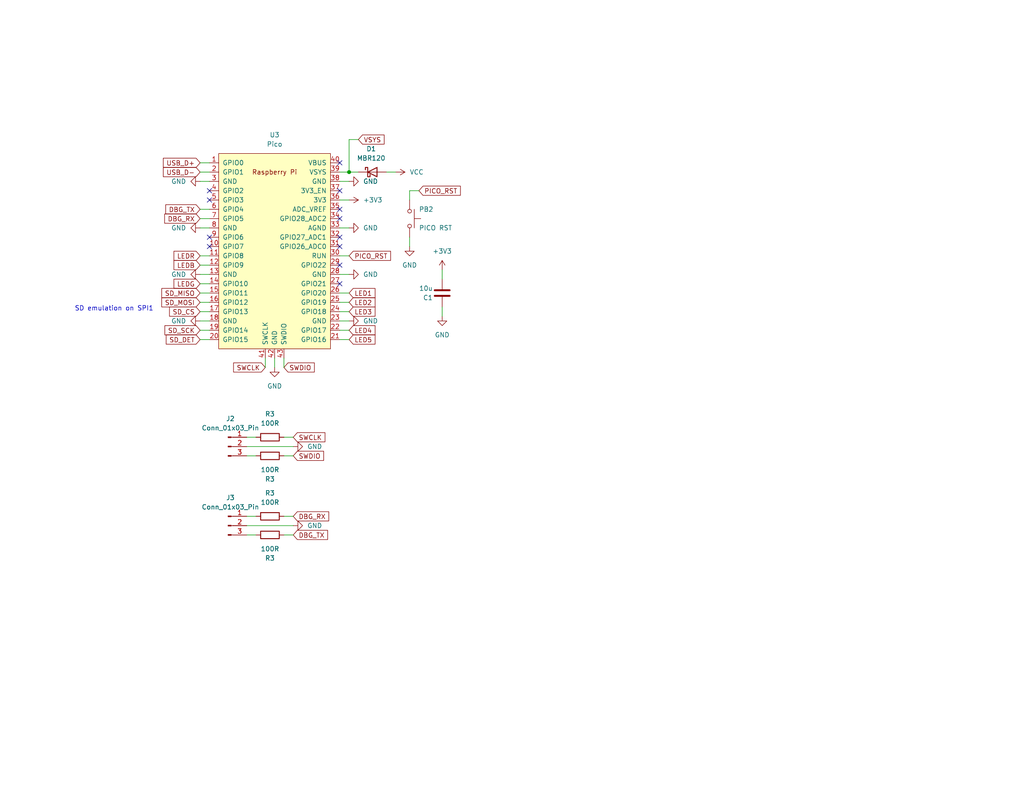
<source format=kicad_sch>
(kicad_sch (version 20230121) (generator eeschema)

  (uuid 97ba14c9-d1ac-42af-8b2b-a1b98876af9e)

  (paper "A")

  (title_block
    (title "RepRapDiscount.com Smart Controller")
    (date "${DATE}")
    (rev "${TAG} (${HASH})")
  )

  (lib_symbols
    (symbol "Connector:Conn_01x03_Pin" (pin_names (offset 1.016) hide) (in_bom yes) (on_board yes)
      (property "Reference" "J" (at 0 5.08 0)
        (effects (font (size 1.27 1.27)))
      )
      (property "Value" "Conn_01x03_Pin" (at 0 -5.08 0)
        (effects (font (size 1.27 1.27)))
      )
      (property "Footprint" "" (at 0 0 0)
        (effects (font (size 1.27 1.27)) hide)
      )
      (property "Datasheet" "~" (at 0 0 0)
        (effects (font (size 1.27 1.27)) hide)
      )
      (property "ki_locked" "" (at 0 0 0)
        (effects (font (size 1.27 1.27)))
      )
      (property "ki_keywords" "connector" (at 0 0 0)
        (effects (font (size 1.27 1.27)) hide)
      )
      (property "ki_description" "Generic connector, single row, 01x03, script generated" (at 0 0 0)
        (effects (font (size 1.27 1.27)) hide)
      )
      (property "ki_fp_filters" "Connector*:*_1x??_*" (at 0 0 0)
        (effects (font (size 1.27 1.27)) hide)
      )
      (symbol "Conn_01x03_Pin_1_1"
        (polyline
          (pts
            (xy 1.27 -2.54)
            (xy 0.8636 -2.54)
          )
          (stroke (width 0.1524) (type default))
          (fill (type none))
        )
        (polyline
          (pts
            (xy 1.27 0)
            (xy 0.8636 0)
          )
          (stroke (width 0.1524) (type default))
          (fill (type none))
        )
        (polyline
          (pts
            (xy 1.27 2.54)
            (xy 0.8636 2.54)
          )
          (stroke (width 0.1524) (type default))
          (fill (type none))
        )
        (rectangle (start 0.8636 -2.413) (end 0 -2.667)
          (stroke (width 0.1524) (type default))
          (fill (type outline))
        )
        (rectangle (start 0.8636 0.127) (end 0 -0.127)
          (stroke (width 0.1524) (type default))
          (fill (type outline))
        )
        (rectangle (start 0.8636 2.667) (end 0 2.413)
          (stroke (width 0.1524) (type default))
          (fill (type outline))
        )
        (pin passive line (at 5.08 2.54 180) (length 3.81)
          (name "Pin_1" (effects (font (size 1.27 1.27))))
          (number "1" (effects (font (size 1.27 1.27))))
        )
        (pin passive line (at 5.08 0 180) (length 3.81)
          (name "Pin_2" (effects (font (size 1.27 1.27))))
          (number "2" (effects (font (size 1.27 1.27))))
        )
        (pin passive line (at 5.08 -2.54 180) (length 3.81)
          (name "Pin_3" (effects (font (size 1.27 1.27))))
          (number "3" (effects (font (size 1.27 1.27))))
        )
      )
    )
    (symbol "Device:C" (pin_numbers hide) (pin_names (offset 0.254)) (in_bom yes) (on_board yes)
      (property "Reference" "C" (at 0.635 2.54 0)
        (effects (font (size 1.27 1.27)) (justify left))
      )
      (property "Value" "C" (at 0.635 -2.54 0)
        (effects (font (size 1.27 1.27)) (justify left))
      )
      (property "Footprint" "" (at 0.9652 -3.81 0)
        (effects (font (size 1.27 1.27)) hide)
      )
      (property "Datasheet" "~" (at 0 0 0)
        (effects (font (size 1.27 1.27)) hide)
      )
      (property "ki_keywords" "cap capacitor" (at 0 0 0)
        (effects (font (size 1.27 1.27)) hide)
      )
      (property "ki_description" "Unpolarized capacitor" (at 0 0 0)
        (effects (font (size 1.27 1.27)) hide)
      )
      (property "ki_fp_filters" "C_*" (at 0 0 0)
        (effects (font (size 1.27 1.27)) hide)
      )
      (symbol "C_0_1"
        (polyline
          (pts
            (xy -2.032 -0.762)
            (xy 2.032 -0.762)
          )
          (stroke (width 0.508) (type default))
          (fill (type none))
        )
        (polyline
          (pts
            (xy -2.032 0.762)
            (xy 2.032 0.762)
          )
          (stroke (width 0.508) (type default))
          (fill (type none))
        )
      )
      (symbol "C_1_1"
        (pin passive line (at 0 3.81 270) (length 2.794)
          (name "~" (effects (font (size 1.27 1.27))))
          (number "1" (effects (font (size 1.27 1.27))))
        )
        (pin passive line (at 0 -3.81 90) (length 2.794)
          (name "~" (effects (font (size 1.27 1.27))))
          (number "2" (effects (font (size 1.27 1.27))))
        )
      )
    )
    (symbol "Device:D_Schottky" (pin_numbers hide) (pin_names (offset 1.016) hide) (in_bom yes) (on_board yes)
      (property "Reference" "D" (at 0 2.54 0)
        (effects (font (size 1.27 1.27)))
      )
      (property "Value" "D_Schottky" (at 0 -2.54 0)
        (effects (font (size 1.27 1.27)))
      )
      (property "Footprint" "" (at 0 0 0)
        (effects (font (size 1.27 1.27)) hide)
      )
      (property "Datasheet" "~" (at 0 0 0)
        (effects (font (size 1.27 1.27)) hide)
      )
      (property "ki_keywords" "diode Schottky" (at 0 0 0)
        (effects (font (size 1.27 1.27)) hide)
      )
      (property "ki_description" "Schottky diode" (at 0 0 0)
        (effects (font (size 1.27 1.27)) hide)
      )
      (property "ki_fp_filters" "TO-???* *_Diode_* *SingleDiode* D_*" (at 0 0 0)
        (effects (font (size 1.27 1.27)) hide)
      )
      (symbol "D_Schottky_0_1"
        (polyline
          (pts
            (xy 1.27 0)
            (xy -1.27 0)
          )
          (stroke (width 0) (type default))
          (fill (type none))
        )
        (polyline
          (pts
            (xy 1.27 1.27)
            (xy 1.27 -1.27)
            (xy -1.27 0)
            (xy 1.27 1.27)
          )
          (stroke (width 0.254) (type default))
          (fill (type none))
        )
        (polyline
          (pts
            (xy -1.905 0.635)
            (xy -1.905 1.27)
            (xy -1.27 1.27)
            (xy -1.27 -1.27)
            (xy -0.635 -1.27)
            (xy -0.635 -0.635)
          )
          (stroke (width 0.254) (type default))
          (fill (type none))
        )
      )
      (symbol "D_Schottky_1_1"
        (pin passive line (at -3.81 0 0) (length 2.54)
          (name "K" (effects (font (size 1.27 1.27))))
          (number "1" (effects (font (size 1.27 1.27))))
        )
        (pin passive line (at 3.81 0 180) (length 2.54)
          (name "A" (effects (font (size 1.27 1.27))))
          (number "2" (effects (font (size 1.27 1.27))))
        )
      )
    )
    (symbol "Device:R" (pin_numbers hide) (pin_names (offset 0)) (in_bom yes) (on_board yes)
      (property "Reference" "R" (at 2.032 0 90)
        (effects (font (size 1.27 1.27)))
      )
      (property "Value" "R" (at 0 0 90)
        (effects (font (size 1.27 1.27)))
      )
      (property "Footprint" "" (at -1.778 0 90)
        (effects (font (size 1.27 1.27)) hide)
      )
      (property "Datasheet" "~" (at 0 0 0)
        (effects (font (size 1.27 1.27)) hide)
      )
      (property "ki_keywords" "R res resistor" (at 0 0 0)
        (effects (font (size 1.27 1.27)) hide)
      )
      (property "ki_description" "Resistor" (at 0 0 0)
        (effects (font (size 1.27 1.27)) hide)
      )
      (property "ki_fp_filters" "R_*" (at 0 0 0)
        (effects (font (size 1.27 1.27)) hide)
      )
      (symbol "R_0_1"
        (rectangle (start -1.016 -2.54) (end 1.016 2.54)
          (stroke (width 0.254) (type default))
          (fill (type none))
        )
      )
      (symbol "R_1_1"
        (pin passive line (at 0 3.81 270) (length 1.27)
          (name "~" (effects (font (size 1.27 1.27))))
          (number "1" (effects (font (size 1.27 1.27))))
        )
        (pin passive line (at 0 -3.81 90) (length 1.27)
          (name "~" (effects (font (size 1.27 1.27))))
          (number "2" (effects (font (size 1.27 1.27))))
        )
      )
    )
    (symbol "Switch:SW_Push" (pin_numbers hide) (pin_names (offset 1.016) hide) (in_bom yes) (on_board yes)
      (property "Reference" "SW" (at 1.27 2.54 0)
        (effects (font (size 1.27 1.27)) (justify left))
      )
      (property "Value" "SW_Push" (at 0 -1.524 0)
        (effects (font (size 1.27 1.27)))
      )
      (property "Footprint" "" (at 0 5.08 0)
        (effects (font (size 1.27 1.27)) hide)
      )
      (property "Datasheet" "~" (at 0 5.08 0)
        (effects (font (size 1.27 1.27)) hide)
      )
      (property "ki_keywords" "switch normally-open pushbutton push-button" (at 0 0 0)
        (effects (font (size 1.27 1.27)) hide)
      )
      (property "ki_description" "Push button switch, generic, two pins" (at 0 0 0)
        (effects (font (size 1.27 1.27)) hide)
      )
      (symbol "SW_Push_0_1"
        (circle (center -2.032 0) (radius 0.508)
          (stroke (width 0) (type default))
          (fill (type none))
        )
        (polyline
          (pts
            (xy 0 1.27)
            (xy 0 3.048)
          )
          (stroke (width 0) (type default))
          (fill (type none))
        )
        (polyline
          (pts
            (xy 2.54 1.27)
            (xy -2.54 1.27)
          )
          (stroke (width 0) (type default))
          (fill (type none))
        )
        (circle (center 2.032 0) (radius 0.508)
          (stroke (width 0) (type default))
          (fill (type none))
        )
        (pin passive line (at -5.08 0 0) (length 2.54)
          (name "1" (effects (font (size 1.27 1.27))))
          (number "1" (effects (font (size 1.27 1.27))))
        )
        (pin passive line (at 5.08 0 180) (length 2.54)
          (name "2" (effects (font (size 1.27 1.27))))
          (number "2" (effects (font (size 1.27 1.27))))
        )
      )
    )
    (symbol "gigahawk:Pico" (pin_names (offset 1.016)) (in_bom yes) (on_board yes)
      (property "Reference" "U" (at -13.97 27.94 0)
        (effects (font (size 1.27 1.27)))
      )
      (property "Value" "Pico" (at 0 19.05 0)
        (effects (font (size 1.27 1.27)))
      )
      (property "Footprint" "Gigahawk:RPi_Pico_SMD_TH" (at 0 0 90)
        (effects (font (size 1.27 1.27)) hide)
      )
      (property "Datasheet" "" (at 0 0 0)
        (effects (font (size 1.27 1.27)) hide)
      )
      (symbol "Pico_0_0"
        (text "Raspberry Pi" (at 0 21.59 0)
          (effects (font (size 1.27 1.27)))
        )
      )
      (symbol "Pico_0_1"
        (rectangle (start -15.24 26.67) (end 15.24 -26.67)
          (stroke (width 0) (type solid))
          (fill (type background))
        )
      )
      (symbol "Pico_1_1"
        (pin bidirectional line (at -17.78 24.13 0) (length 2.54)
          (name "GPIO0" (effects (font (size 1.27 1.27))))
          (number "1" (effects (font (size 1.27 1.27))))
        )
        (pin bidirectional line (at -17.78 1.27 0) (length 2.54)
          (name "GPIO7" (effects (font (size 1.27 1.27))))
          (number "10" (effects (font (size 1.27 1.27))))
        )
        (pin bidirectional line (at -17.78 -1.27 0) (length 2.54)
          (name "GPIO8" (effects (font (size 1.27 1.27))))
          (number "11" (effects (font (size 1.27 1.27))))
        )
        (pin bidirectional line (at -17.78 -3.81 0) (length 2.54)
          (name "GPIO9" (effects (font (size 1.27 1.27))))
          (number "12" (effects (font (size 1.27 1.27))))
        )
        (pin power_in line (at -17.78 -6.35 0) (length 2.54)
          (name "GND" (effects (font (size 1.27 1.27))))
          (number "13" (effects (font (size 1.27 1.27))))
        )
        (pin bidirectional line (at -17.78 -8.89 0) (length 2.54)
          (name "GPIO10" (effects (font (size 1.27 1.27))))
          (number "14" (effects (font (size 1.27 1.27))))
        )
        (pin bidirectional line (at -17.78 -11.43 0) (length 2.54)
          (name "GPIO11" (effects (font (size 1.27 1.27))))
          (number "15" (effects (font (size 1.27 1.27))))
        )
        (pin bidirectional line (at -17.78 -13.97 0) (length 2.54)
          (name "GPIO12" (effects (font (size 1.27 1.27))))
          (number "16" (effects (font (size 1.27 1.27))))
        )
        (pin bidirectional line (at -17.78 -16.51 0) (length 2.54)
          (name "GPIO13" (effects (font (size 1.27 1.27))))
          (number "17" (effects (font (size 1.27 1.27))))
        )
        (pin power_in line (at -17.78 -19.05 0) (length 2.54)
          (name "GND" (effects (font (size 1.27 1.27))))
          (number "18" (effects (font (size 1.27 1.27))))
        )
        (pin bidirectional line (at -17.78 -21.59 0) (length 2.54)
          (name "GPIO14" (effects (font (size 1.27 1.27))))
          (number "19" (effects (font (size 1.27 1.27))))
        )
        (pin bidirectional line (at -17.78 21.59 0) (length 2.54)
          (name "GPIO1" (effects (font (size 1.27 1.27))))
          (number "2" (effects (font (size 1.27 1.27))))
        )
        (pin bidirectional line (at -17.78 -24.13 0) (length 2.54)
          (name "GPIO15" (effects (font (size 1.27 1.27))))
          (number "20" (effects (font (size 1.27 1.27))))
        )
        (pin bidirectional line (at 17.78 -24.13 180) (length 2.54)
          (name "GPIO16" (effects (font (size 1.27 1.27))))
          (number "21" (effects (font (size 1.27 1.27))))
        )
        (pin bidirectional line (at 17.78 -21.59 180) (length 2.54)
          (name "GPIO17" (effects (font (size 1.27 1.27))))
          (number "22" (effects (font (size 1.27 1.27))))
        )
        (pin power_in line (at 17.78 -19.05 180) (length 2.54)
          (name "GND" (effects (font (size 1.27 1.27))))
          (number "23" (effects (font (size 1.27 1.27))))
        )
        (pin bidirectional line (at 17.78 -16.51 180) (length 2.54)
          (name "GPIO18" (effects (font (size 1.27 1.27))))
          (number "24" (effects (font (size 1.27 1.27))))
        )
        (pin bidirectional line (at 17.78 -13.97 180) (length 2.54)
          (name "GPIO19" (effects (font (size 1.27 1.27))))
          (number "25" (effects (font (size 1.27 1.27))))
        )
        (pin bidirectional line (at 17.78 -11.43 180) (length 2.54)
          (name "GPIO20" (effects (font (size 1.27 1.27))))
          (number "26" (effects (font (size 1.27 1.27))))
        )
        (pin bidirectional line (at 17.78 -8.89 180) (length 2.54)
          (name "GPIO21" (effects (font (size 1.27 1.27))))
          (number "27" (effects (font (size 1.27 1.27))))
        )
        (pin power_in line (at 17.78 -6.35 180) (length 2.54)
          (name "GND" (effects (font (size 1.27 1.27))))
          (number "28" (effects (font (size 1.27 1.27))))
        )
        (pin bidirectional line (at 17.78 -3.81 180) (length 2.54)
          (name "GPIO22" (effects (font (size 1.27 1.27))))
          (number "29" (effects (font (size 1.27 1.27))))
        )
        (pin power_in line (at -17.78 19.05 0) (length 2.54)
          (name "GND" (effects (font (size 1.27 1.27))))
          (number "3" (effects (font (size 1.27 1.27))))
        )
        (pin input line (at 17.78 -1.27 180) (length 2.54)
          (name "RUN" (effects (font (size 1.27 1.27))))
          (number "30" (effects (font (size 1.27 1.27))))
        )
        (pin bidirectional line (at 17.78 1.27 180) (length 2.54)
          (name "GPIO26_ADC0" (effects (font (size 1.27 1.27))))
          (number "31" (effects (font (size 1.27 1.27))))
        )
        (pin bidirectional line (at 17.78 3.81 180) (length 2.54)
          (name "GPIO27_ADC1" (effects (font (size 1.27 1.27))))
          (number "32" (effects (font (size 1.27 1.27))))
        )
        (pin power_in line (at 17.78 6.35 180) (length 2.54)
          (name "AGND" (effects (font (size 1.27 1.27))))
          (number "33" (effects (font (size 1.27 1.27))))
        )
        (pin bidirectional line (at 17.78 8.89 180) (length 2.54)
          (name "GPIO28_ADC2" (effects (font (size 1.27 1.27))))
          (number "34" (effects (font (size 1.27 1.27))))
        )
        (pin unspecified line (at 17.78 11.43 180) (length 2.54)
          (name "ADC_VREF" (effects (font (size 1.27 1.27))))
          (number "35" (effects (font (size 1.27 1.27))))
        )
        (pin unspecified line (at 17.78 13.97 180) (length 2.54)
          (name "3V3" (effects (font (size 1.27 1.27))))
          (number "36" (effects (font (size 1.27 1.27))))
        )
        (pin input line (at 17.78 16.51 180) (length 2.54)
          (name "3V3_EN" (effects (font (size 1.27 1.27))))
          (number "37" (effects (font (size 1.27 1.27))))
        )
        (pin bidirectional line (at 17.78 19.05 180) (length 2.54)
          (name "GND" (effects (font (size 1.27 1.27))))
          (number "38" (effects (font (size 1.27 1.27))))
        )
        (pin unspecified line (at 17.78 21.59 180) (length 2.54)
          (name "VSYS" (effects (font (size 1.27 1.27))))
          (number "39" (effects (font (size 1.27 1.27))))
        )
        (pin bidirectional line (at -17.78 16.51 0) (length 2.54)
          (name "GPIO2" (effects (font (size 1.27 1.27))))
          (number "4" (effects (font (size 1.27 1.27))))
        )
        (pin unspecified line (at 17.78 24.13 180) (length 2.54)
          (name "VBUS" (effects (font (size 1.27 1.27))))
          (number "40" (effects (font (size 1.27 1.27))))
        )
        (pin input line (at -2.54 -29.21 90) (length 2.54)
          (name "SWCLK" (effects (font (size 1.27 1.27))))
          (number "41" (effects (font (size 1.27 1.27))))
        )
        (pin power_in line (at 0 -29.21 90) (length 2.54)
          (name "GND" (effects (font (size 1.27 1.27))))
          (number "42" (effects (font (size 1.27 1.27))))
        )
        (pin bidirectional line (at 2.54 -29.21 90) (length 2.54)
          (name "SWDIO" (effects (font (size 1.27 1.27))))
          (number "43" (effects (font (size 1.27 1.27))))
        )
        (pin bidirectional line (at -17.78 13.97 0) (length 2.54)
          (name "GPIO3" (effects (font (size 1.27 1.27))))
          (number "5" (effects (font (size 1.27 1.27))))
        )
        (pin bidirectional line (at -17.78 11.43 0) (length 2.54)
          (name "GPIO4" (effects (font (size 1.27 1.27))))
          (number "6" (effects (font (size 1.27 1.27))))
        )
        (pin bidirectional line (at -17.78 8.89 0) (length 2.54)
          (name "GPIO5" (effects (font (size 1.27 1.27))))
          (number "7" (effects (font (size 1.27 1.27))))
        )
        (pin power_in line (at -17.78 6.35 0) (length 2.54)
          (name "GND" (effects (font (size 1.27 1.27))))
          (number "8" (effects (font (size 1.27 1.27))))
        )
        (pin bidirectional line (at -17.78 3.81 0) (length 2.54)
          (name "GPIO6" (effects (font (size 1.27 1.27))))
          (number "9" (effects (font (size 1.27 1.27))))
        )
      )
    )
    (symbol "power:+3V3" (power) (pin_names (offset 0)) (in_bom yes) (on_board yes)
      (property "Reference" "#PWR" (at 0 -3.81 0)
        (effects (font (size 1.27 1.27)) hide)
      )
      (property "Value" "+3V3" (at 0 3.556 0)
        (effects (font (size 1.27 1.27)))
      )
      (property "Footprint" "" (at 0 0 0)
        (effects (font (size 1.27 1.27)) hide)
      )
      (property "Datasheet" "" (at 0 0 0)
        (effects (font (size 1.27 1.27)) hide)
      )
      (property "ki_keywords" "global power" (at 0 0 0)
        (effects (font (size 1.27 1.27)) hide)
      )
      (property "ki_description" "Power symbol creates a global label with name \"+3V3\"" (at 0 0 0)
        (effects (font (size 1.27 1.27)) hide)
      )
      (symbol "+3V3_0_1"
        (polyline
          (pts
            (xy -0.762 1.27)
            (xy 0 2.54)
          )
          (stroke (width 0) (type default))
          (fill (type none))
        )
        (polyline
          (pts
            (xy 0 0)
            (xy 0 2.54)
          )
          (stroke (width 0) (type default))
          (fill (type none))
        )
        (polyline
          (pts
            (xy 0 2.54)
            (xy 0.762 1.27)
          )
          (stroke (width 0) (type default))
          (fill (type none))
        )
      )
      (symbol "+3V3_1_1"
        (pin power_in line (at 0 0 90) (length 0) hide
          (name "+3V3" (effects (font (size 1.27 1.27))))
          (number "1" (effects (font (size 1.27 1.27))))
        )
      )
    )
    (symbol "power:GND" (power) (pin_names (offset 0)) (in_bom yes) (on_board yes)
      (property "Reference" "#PWR" (at 0 -6.35 0)
        (effects (font (size 1.27 1.27)) hide)
      )
      (property "Value" "GND" (at 0 -3.81 0)
        (effects (font (size 1.27 1.27)))
      )
      (property "Footprint" "" (at 0 0 0)
        (effects (font (size 1.27 1.27)) hide)
      )
      (property "Datasheet" "" (at 0 0 0)
        (effects (font (size 1.27 1.27)) hide)
      )
      (property "ki_keywords" "global power" (at 0 0 0)
        (effects (font (size 1.27 1.27)) hide)
      )
      (property "ki_description" "Power symbol creates a global label with name \"GND\" , ground" (at 0 0 0)
        (effects (font (size 1.27 1.27)) hide)
      )
      (symbol "GND_0_1"
        (polyline
          (pts
            (xy 0 0)
            (xy 0 -1.27)
            (xy 1.27 -1.27)
            (xy 0 -2.54)
            (xy -1.27 -1.27)
            (xy 0 -1.27)
          )
          (stroke (width 0) (type default))
          (fill (type none))
        )
      )
      (symbol "GND_1_1"
        (pin power_in line (at 0 0 270) (length 0) hide
          (name "GND" (effects (font (size 1.27 1.27))))
          (number "1" (effects (font (size 1.27 1.27))))
        )
      )
    )
    (symbol "power:VCC" (power) (pin_names (offset 0)) (in_bom yes) (on_board yes)
      (property "Reference" "#PWR" (at 0 -3.81 0)
        (effects (font (size 1.27 1.27)) hide)
      )
      (property "Value" "VCC" (at 0 3.81 0)
        (effects (font (size 1.27 1.27)))
      )
      (property "Footprint" "" (at 0 0 0)
        (effects (font (size 1.27 1.27)) hide)
      )
      (property "Datasheet" "" (at 0 0 0)
        (effects (font (size 1.27 1.27)) hide)
      )
      (property "ki_keywords" "global power" (at 0 0 0)
        (effects (font (size 1.27 1.27)) hide)
      )
      (property "ki_description" "Power symbol creates a global label with name \"VCC\"" (at 0 0 0)
        (effects (font (size 1.27 1.27)) hide)
      )
      (symbol "VCC_0_1"
        (polyline
          (pts
            (xy -0.762 1.27)
            (xy 0 2.54)
          )
          (stroke (width 0) (type default))
          (fill (type none))
        )
        (polyline
          (pts
            (xy 0 0)
            (xy 0 2.54)
          )
          (stroke (width 0) (type default))
          (fill (type none))
        )
        (polyline
          (pts
            (xy 0 2.54)
            (xy 0.762 1.27)
          )
          (stroke (width 0) (type default))
          (fill (type none))
        )
      )
      (symbol "VCC_1_1"
        (pin power_in line (at 0 0 90) (length 0) hide
          (name "VCC" (effects (font (size 1.27 1.27))))
          (number "1" (effects (font (size 1.27 1.27))))
        )
      )
    )
  )

  (junction (at 95.25 46.99) (diameter 0) (color 0 0 0 0)
    (uuid f3f89c87-2d90-43a3-9327-8002f383c332)
  )

  (no_connect (at 92.71 67.31) (uuid 184c6902-7006-42aa-8b0f-d32352ae2c52))
  (no_connect (at 57.15 64.77) (uuid 4a8e4acd-d822-4583-8a7a-d786c6147904))
  (no_connect (at 92.71 57.15) (uuid 53b6b2b3-e6a0-4322-9487-169a1d6ebc36))
  (no_connect (at 92.71 52.07) (uuid 638beb7f-ae86-46a8-94bd-13555c833a5a))
  (no_connect (at 57.15 52.07) (uuid 6a9111a4-0a9b-4bf3-899a-bf2536ae3657))
  (no_connect (at 92.71 44.45) (uuid 71f51c61-ef33-4ee0-8958-36ea01025c73))
  (no_connect (at 92.71 64.77) (uuid 7487a491-a961-4f70-97f3-78c72243dec9))
  (no_connect (at 57.15 54.61) (uuid 864cc1ce-3af8-4467-8751-fac970bc6337))
  (no_connect (at 57.15 67.31) (uuid d0a2609e-6be1-4c78-991d-0229a5f1aa3c))
  (no_connect (at 92.71 72.39) (uuid eb36697d-3f5f-4a44-bed9-18444fa823b7))
  (no_connect (at 92.71 77.47) (uuid ec572614-5d0e-4b99-8c80-63619b67a3b6))
  (no_connect (at 92.71 59.69) (uuid ee042224-cfda-4e78-ad5b-4834ddd5c8b7))

  (wire (pts (xy 54.61 44.45) (xy 57.15 44.45))
    (stroke (width 0) (type default))
    (uuid 038245cd-5bb3-405d-b9fe-9b51bb6a65d8)
  )
  (wire (pts (xy 120.65 73.66) (xy 120.65 76.2))
    (stroke (width 0) (type default))
    (uuid 03e4ce59-c00f-4a17-aa07-1dc9789db556)
  )
  (wire (pts (xy 95.25 38.1) (xy 97.79 38.1))
    (stroke (width 0) (type default))
    (uuid 0ea25c6c-504e-45f5-9340-f5debf6796b7)
  )
  (wire (pts (xy 54.61 72.39) (xy 57.15 72.39))
    (stroke (width 0) (type default))
    (uuid 0f293c90-eb07-4535-9678-1ec50e78f2ae)
  )
  (wire (pts (xy 95.25 46.99) (xy 95.25 38.1))
    (stroke (width 0) (type default))
    (uuid 11ebd591-0052-4040-90dd-7cb99c0da9ef)
  )
  (wire (pts (xy 92.71 54.61) (xy 95.25 54.61))
    (stroke (width 0) (type default))
    (uuid 20864a6c-da21-4632-8436-5160650e85f3)
  )
  (wire (pts (xy 111.76 52.07) (xy 111.76 54.61))
    (stroke (width 0) (type default))
    (uuid 2266f57d-6f0d-47d6-b359-cfc422b943a7)
  )
  (wire (pts (xy 92.71 92.71) (xy 95.25 92.71))
    (stroke (width 0) (type default))
    (uuid 26e7b60e-8930-4cea-9f00-ea01b50def11)
  )
  (wire (pts (xy 54.61 85.09) (xy 57.15 85.09))
    (stroke (width 0) (type default))
    (uuid 271eae57-bd41-4664-b1aa-e6ec40868cf6)
  )
  (wire (pts (xy 77.47 97.79) (xy 77.47 100.33))
    (stroke (width 0) (type default))
    (uuid 2af8993b-ad78-47d7-b584-0588f0caab59)
  )
  (wire (pts (xy 54.61 74.93) (xy 57.15 74.93))
    (stroke (width 0) (type default))
    (uuid 31a56512-f47b-4f72-a981-85603af656c0)
  )
  (wire (pts (xy 54.61 59.69) (xy 57.15 59.69))
    (stroke (width 0) (type default))
    (uuid 33654710-8df1-4ad8-a882-f49496c2e1a4)
  )
  (wire (pts (xy 120.65 83.82) (xy 120.65 86.36))
    (stroke (width 0) (type default))
    (uuid 354af4a0-a385-476a-861e-935fb0f33d4b)
  )
  (wire (pts (xy 92.71 87.63) (xy 95.25 87.63))
    (stroke (width 0) (type default))
    (uuid 369f48b7-8bdd-43ef-804a-0f1c92a865b6)
  )
  (wire (pts (xy 92.71 82.55) (xy 95.25 82.55))
    (stroke (width 0) (type default))
    (uuid 3c6a9dda-12d8-4700-9e04-d64e38727c10)
  )
  (wire (pts (xy 54.61 62.23) (xy 57.15 62.23))
    (stroke (width 0) (type default))
    (uuid 520a5b25-ffb6-47f5-8ca7-eaa73828af76)
  )
  (wire (pts (xy 95.25 46.99) (xy 97.79 46.99))
    (stroke (width 0) (type default))
    (uuid 592a289a-3fe3-42fc-89f7-a6b1a8f77990)
  )
  (wire (pts (xy 92.71 46.99) (xy 95.25 46.99))
    (stroke (width 0) (type default))
    (uuid 5bdcb63a-59ad-4c13-9511-4151f501b621)
  )
  (wire (pts (xy 54.61 49.53) (xy 57.15 49.53))
    (stroke (width 0) (type default))
    (uuid 5c9cc2a3-9726-4d2c-9323-6f5cb48f5e1e)
  )
  (wire (pts (xy 92.71 90.17) (xy 95.25 90.17))
    (stroke (width 0) (type default))
    (uuid 636a37db-d48f-4f16-aa00-77ec8711b841)
  )
  (wire (pts (xy 77.47 119.38) (xy 80.01 119.38))
    (stroke (width 0) (type default))
    (uuid 72081b84-06b7-4bfb-b1c3-d87804ab51b7)
  )
  (wire (pts (xy 54.61 87.63) (xy 57.15 87.63))
    (stroke (width 0) (type default))
    (uuid 75346454-b917-47a2-9efd-2cf5b706332a)
  )
  (wire (pts (xy 54.61 90.17) (xy 57.15 90.17))
    (stroke (width 0) (type default))
    (uuid 75d4170c-3d35-4ef1-bfd7-fff3ca39e7ad)
  )
  (wire (pts (xy 92.71 62.23) (xy 95.25 62.23))
    (stroke (width 0) (type default))
    (uuid 80ed2d0c-7070-464d-9002-3cf8d71c4fc1)
  )
  (wire (pts (xy 67.31 143.51) (xy 80.01 143.51))
    (stroke (width 0) (type default))
    (uuid 856d4354-88ed-461e-a957-7a21d9b5e076)
  )
  (wire (pts (xy 92.71 49.53) (xy 95.25 49.53))
    (stroke (width 0) (type default))
    (uuid 87dac169-d913-4a68-b8bd-5303f79b7920)
  )
  (wire (pts (xy 54.61 69.85) (xy 57.15 69.85))
    (stroke (width 0) (type default))
    (uuid 8cde3636-cb96-40a3-bbfd-a5188ae3a3d4)
  )
  (wire (pts (xy 92.71 74.93) (xy 95.25 74.93))
    (stroke (width 0) (type default))
    (uuid 8cfd32cc-7596-46f3-af7f-bf89d3992be1)
  )
  (wire (pts (xy 77.47 124.46) (xy 80.01 124.46))
    (stroke (width 0) (type default))
    (uuid 910d58b2-6119-4232-afaa-b25c4f328202)
  )
  (wire (pts (xy 72.39 97.79) (xy 72.39 100.33))
    (stroke (width 0) (type default))
    (uuid 94ca9cef-b314-42af-99be-29736b700efd)
  )
  (wire (pts (xy 114.3 52.07) (xy 111.76 52.07))
    (stroke (width 0) (type default))
    (uuid 96070a50-277b-4d21-8b26-19a0320c6fb8)
  )
  (wire (pts (xy 54.61 46.99) (xy 57.15 46.99))
    (stroke (width 0) (type default))
    (uuid a1ed0d43-54a7-45a7-8193-5528bbda19c6)
  )
  (wire (pts (xy 54.61 82.55) (xy 57.15 82.55))
    (stroke (width 0) (type default))
    (uuid a45d0d57-c0c2-4b15-b11d-55ceb9390e6a)
  )
  (wire (pts (xy 67.31 140.97) (xy 69.85 140.97))
    (stroke (width 0) (type default))
    (uuid a473887c-d464-4a65-82b2-7e9acefaa313)
  )
  (wire (pts (xy 92.71 69.85) (xy 95.25 69.85))
    (stroke (width 0) (type default))
    (uuid a56e60ad-1fbe-4597-aa38-3d367d7843cd)
  )
  (wire (pts (xy 67.31 146.05) (xy 69.85 146.05))
    (stroke (width 0) (type default))
    (uuid a5c6229c-8faf-4e2f-bdc7-c4e67e700f6f)
  )
  (wire (pts (xy 67.31 119.38) (xy 69.85 119.38))
    (stroke (width 0) (type default))
    (uuid a89b30ad-ab18-4a37-bfa8-32faf58f2c66)
  )
  (wire (pts (xy 67.31 121.92) (xy 80.01 121.92))
    (stroke (width 0) (type default))
    (uuid aac8e93d-b776-4e97-a6d2-62a84d2ce406)
  )
  (wire (pts (xy 54.61 92.71) (xy 57.15 92.71))
    (stroke (width 0) (type default))
    (uuid b1d8cb10-0192-45f2-a22d-323983331aa4)
  )
  (wire (pts (xy 107.95 46.99) (xy 105.41 46.99))
    (stroke (width 0) (type default))
    (uuid bb143e68-3349-4a71-995f-223df2eac9ff)
  )
  (wire (pts (xy 74.93 97.79) (xy 74.93 100.33))
    (stroke (width 0) (type default))
    (uuid cc8965d1-898c-4bbd-b87f-1b7352b6afd8)
  )
  (wire (pts (xy 111.76 64.77) (xy 111.76 67.31))
    (stroke (width 0) (type default))
    (uuid ccaa5d9a-6da0-4586-a18e-75efe796c7bc)
  )
  (wire (pts (xy 67.31 124.46) (xy 69.85 124.46))
    (stroke (width 0) (type default))
    (uuid cfd830f8-be9e-4b34-bda7-2344c852ec98)
  )
  (wire (pts (xy 54.61 77.47) (xy 57.15 77.47))
    (stroke (width 0) (type default))
    (uuid d732ee09-961c-4525-9b51-6f0d4b699236)
  )
  (wire (pts (xy 77.47 146.05) (xy 80.01 146.05))
    (stroke (width 0) (type default))
    (uuid d9fe9fbb-5465-4fff-b2b1-cbfeeebdaa89)
  )
  (wire (pts (xy 92.71 80.01) (xy 95.25 80.01))
    (stroke (width 0) (type default))
    (uuid df41f4ae-c381-4128-a799-1f330d6ed8bc)
  )
  (wire (pts (xy 54.61 57.15) (xy 57.15 57.15))
    (stroke (width 0) (type default))
    (uuid e4c1f5c4-1222-4e6e-a58b-e2532f7abbe5)
  )
  (wire (pts (xy 54.61 80.01) (xy 57.15 80.01))
    (stroke (width 0) (type default))
    (uuid e5d23f91-4ac1-494f-9ba7-63db2f2381a8)
  )
  (wire (pts (xy 77.47 140.97) (xy 80.01 140.97))
    (stroke (width 0) (type default))
    (uuid f47dc898-e887-4015-b9fd-234de3f905a3)
  )
  (wire (pts (xy 92.71 85.09) (xy 95.25 85.09))
    (stroke (width 0) (type default))
    (uuid f7fe941c-50ac-4ca0-a15f-4d191d4bb049)
  )

  (text "SD emulation on SPI1" (at 41.91 85.09 0)
    (effects (font (size 1.27 1.27)) (justify right bottom))
    (uuid 9cbcf403-71a3-4ef1-842c-416c85d40dbb)
  )

  (global_label "SWCLK" (shape input) (at 80.01 119.38 0) (fields_autoplaced)
    (effects (font (size 1.27 1.27)) (justify left))
    (uuid 0a108e33-df8b-41bf-ae54-1afffde1bd01)
    (property "Intersheetrefs" "${INTERSHEET_REFS}" (at 89.1448 119.38 0)
      (effects (font (size 1.27 1.27)) (justify left) hide)
    )
  )
  (global_label "LED5" (shape input) (at 95.25 92.71 0) (fields_autoplaced)
    (effects (font (size 1.27 1.27)) (justify left))
    (uuid 0bc1110c-0773-474c-85cc-112164a30938)
    (property "Intersheetrefs" "${INTERSHEET_REFS}" (at 102.8124 92.71 0)
      (effects (font (size 1.27 1.27)) (justify left) hide)
    )
  )
  (global_label "SD_MOSI" (shape input) (at 54.61 82.55 180) (fields_autoplaced)
    (effects (font (size 1.27 1.27)) (justify right))
    (uuid 14359cbf-79c4-4225-9709-5a5e886299d1)
    (property "Intersheetrefs" "${INTERSHEET_REFS}" (at 43.6609 82.55 0)
      (effects (font (size 1.27 1.27)) (justify right) hide)
    )
  )
  (global_label "SD_SCK" (shape input) (at 54.61 90.17 180) (fields_autoplaced)
    (effects (font (size 1.27 1.27)) (justify right))
    (uuid 1fd957f2-da9a-4d86-8de6-0b2fe052fbe4)
    (property "Intersheetrefs" "${INTERSHEET_REFS}" (at 44.5076 90.17 0)
      (effects (font (size 1.27 1.27)) (justify right) hide)
    )
  )
  (global_label "SD_MISO" (shape input) (at 54.61 80.01 180) (fields_autoplaced)
    (effects (font (size 1.27 1.27)) (justify right))
    (uuid 2a55b63c-a75d-46bc-ad12-45273e0ebbdc)
    (property "Intersheetrefs" "${INTERSHEET_REFS}" (at 43.6609 80.01 0)
      (effects (font (size 1.27 1.27)) (justify right) hide)
    )
  )
  (global_label "SD_DET" (shape input) (at 54.61 92.71 180) (fields_autoplaced)
    (effects (font (size 1.27 1.27)) (justify right))
    (uuid 31278a77-01ad-44d4-b200-03ffbcfcf85b)
    (property "Intersheetrefs" "${INTERSHEET_REFS}" (at 44.8705 92.71 0)
      (effects (font (size 1.27 1.27)) (justify right) hide)
    )
  )
  (global_label "LEDB" (shape input) (at 54.61 72.39 180) (fields_autoplaced)
    (effects (font (size 1.27 1.27)) (justify right))
    (uuid 36b03937-f007-429a-9d91-9f9e91c3552e)
    (property "Intersheetrefs" "${INTERSHEET_REFS}" (at 46.9871 72.39 0)
      (effects (font (size 1.27 1.27)) (justify right) hide)
    )
  )
  (global_label "USB_D-" (shape input) (at 54.61 46.99 180) (fields_autoplaced)
    (effects (font (size 1.27 1.27)) (justify right))
    (uuid 4579f0b3-6767-42ef-9caf-f7c2274efa9a)
    (property "Intersheetrefs" "${INTERSHEET_REFS}" (at 44.0842 46.99 0)
      (effects (font (size 1.27 1.27)) (justify right) hide)
    )
  )
  (global_label "USB_D+" (shape input) (at 54.61 44.45 180) (fields_autoplaced)
    (effects (font (size 1.27 1.27)) (justify right))
    (uuid 45bd811d-395c-49f8-8b61-bd15d157f271)
    (property "Intersheetrefs" "${INTERSHEET_REFS}" (at 44.0842 44.45 0)
      (effects (font (size 1.27 1.27)) (justify right) hide)
    )
  )
  (global_label "DBG_TX" (shape input) (at 54.61 57.15 180) (fields_autoplaced)
    (effects (font (size 1.27 1.27)) (justify right))
    (uuid 4da3b390-5338-40f1-9506-85bd2e6538aa)
    (property "Intersheetrefs" "${INTERSHEET_REFS}" (at 44.7495 57.15 0)
      (effects (font (size 1.27 1.27)) (justify right) hide)
    )
  )
  (global_label "LED2" (shape input) (at 95.25 82.55 0) (fields_autoplaced)
    (effects (font (size 1.27 1.27)) (justify left))
    (uuid 62e56865-92a0-4ce1-ae85-8f55c95b0c9d)
    (property "Intersheetrefs" "${INTERSHEET_REFS}" (at 102.8124 82.55 0)
      (effects (font (size 1.27 1.27)) (justify left) hide)
    )
  )
  (global_label "SWDIO" (shape input) (at 77.47 100.33 0) (fields_autoplaced)
    (effects (font (size 1.27 1.27)) (justify left))
    (uuid 7505cbc8-5aa8-4f56-84bc-24b8024aee5a)
    (property "Intersheetrefs" "${INTERSHEET_REFS}" (at 86.242 100.33 0)
      (effects (font (size 1.27 1.27)) (justify left) hide)
    )
  )
  (global_label "LED3" (shape input) (at 95.25 85.09 0) (fields_autoplaced)
    (effects (font (size 1.27 1.27)) (justify left))
    (uuid 7c6c108e-1f73-48d3-a973-f6d33dd891cc)
    (property "Intersheetrefs" "${INTERSHEET_REFS}" (at 102.8124 85.09 0)
      (effects (font (size 1.27 1.27)) (justify left) hide)
    )
  )
  (global_label "SWCLK" (shape input) (at 72.39 100.33 180) (fields_autoplaced)
    (effects (font (size 1.27 1.27)) (justify right))
    (uuid 7ed129f4-32b7-49c3-a72f-de605463b9ac)
    (property "Intersheetrefs" "${INTERSHEET_REFS}" (at 63.2552 100.33 0)
      (effects (font (size 1.27 1.27)) (justify right) hide)
    )
  )
  (global_label "SD_CS" (shape input) (at 54.61 85.09 180) (fields_autoplaced)
    (effects (font (size 1.27 1.27)) (justify right))
    (uuid 85334283-a4b6-4985-8ea2-66927a790be0)
    (property "Intersheetrefs" "${INTERSHEET_REFS}" (at 45.7776 85.09 0)
      (effects (font (size 1.27 1.27)) (justify right) hide)
    )
  )
  (global_label "DBG_TX" (shape input) (at 80.01 146.05 0) (fields_autoplaced)
    (effects (font (size 1.27 1.27)) (justify left))
    (uuid 893514df-a410-4d12-a990-91004fe6e0de)
    (property "Intersheetrefs" "${INTERSHEET_REFS}" (at 89.8705 146.05 0)
      (effects (font (size 1.27 1.27)) (justify left) hide)
    )
  )
  (global_label "VSYS" (shape input) (at 97.79 38.1 0) (fields_autoplaced)
    (effects (font (size 1.27 1.27)) (justify left))
    (uuid 989a0da9-7e42-4a74-a43f-d8ed93f4748a)
    (property "Intersheetrefs" "${INTERSHEET_REFS}" (at 105.292 38.1 0)
      (effects (font (size 1.27 1.27)) (justify left) hide)
    )
  )
  (global_label "DBG_RX" (shape input) (at 80.01 140.97 0) (fields_autoplaced)
    (effects (font (size 1.27 1.27)) (justify left))
    (uuid a18fca2b-e353-4f33-a2e6-56011cb3525a)
    (property "Intersheetrefs" "${INTERSHEET_REFS}" (at 90.1729 140.97 0)
      (effects (font (size 1.27 1.27)) (justify left) hide)
    )
  )
  (global_label "LED1" (shape input) (at 95.25 80.01 0) (fields_autoplaced)
    (effects (font (size 1.27 1.27)) (justify left))
    (uuid a739f661-4380-47eb-a9a3-6ef5c90778ad)
    (property "Intersheetrefs" "${INTERSHEET_REFS}" (at 102.8124 80.01 0)
      (effects (font (size 1.27 1.27)) (justify left) hide)
    )
  )
  (global_label "SWDIO" (shape input) (at 80.01 124.46 0) (fields_autoplaced)
    (effects (font (size 1.27 1.27)) (justify left))
    (uuid ad10db7c-ccb4-4ac5-8e3f-98327f21668f)
    (property "Intersheetrefs" "${INTERSHEET_REFS}" (at 88.782 124.46 0)
      (effects (font (size 1.27 1.27)) (justify left) hide)
    )
  )
  (global_label "PICO_RST" (shape input) (at 95.25 69.85 0) (fields_autoplaced)
    (effects (font (size 1.27 1.27)) (justify left))
    (uuid b380af38-c900-4408-aa00-68456cffe724)
    (property "Intersheetrefs" "${INTERSHEET_REFS}" (at 107.0458 69.85 0)
      (effects (font (size 1.27 1.27)) (justify left) hide)
    )
  )
  (global_label "LEDR" (shape input) (at 54.61 69.85 180) (fields_autoplaced)
    (effects (font (size 1.27 1.27)) (justify right))
    (uuid b7055c37-7534-496d-8194-12e74173ef97)
    (property "Intersheetrefs" "${INTERSHEET_REFS}" (at 46.9871 69.85 0)
      (effects (font (size 1.27 1.27)) (justify right) hide)
    )
  )
  (global_label "PICO_RST" (shape input) (at 114.3 52.07 0) (fields_autoplaced)
    (effects (font (size 1.27 1.27)) (justify left))
    (uuid bccea74c-a92c-4cd5-a9d9-d80a9a44afb1)
    (property "Intersheetrefs" "${INTERSHEET_REFS}" (at 126.0958 52.07 0)
      (effects (font (size 1.27 1.27)) (justify left) hide)
    )
  )
  (global_label "LEDG" (shape input) (at 54.61 77.47 180) (fields_autoplaced)
    (effects (font (size 1.27 1.27)) (justify right))
    (uuid d5b1d5dd-524d-45aa-b88a-95518711b119)
    (property "Intersheetrefs" "${INTERSHEET_REFS}" (at 46.9871 77.47 0)
      (effects (font (size 1.27 1.27)) (justify right) hide)
    )
  )
  (global_label "LED4" (shape input) (at 95.25 90.17 0) (fields_autoplaced)
    (effects (font (size 1.27 1.27)) (justify left))
    (uuid e7429d1f-310c-47f9-a223-dd02d85b2572)
    (property "Intersheetrefs" "${INTERSHEET_REFS}" (at 102.8124 90.17 0)
      (effects (font (size 1.27 1.27)) (justify left) hide)
    )
  )
  (global_label "DBG_RX" (shape input) (at 54.61 59.69 180) (fields_autoplaced)
    (effects (font (size 1.27 1.27)) (justify right))
    (uuid e7d57f16-916c-458f-8308-08ba9e3eade8)
    (property "Intersheetrefs" "${INTERSHEET_REFS}" (at 44.4471 59.69 0)
      (effects (font (size 1.27 1.27)) (justify right) hide)
    )
  )

  (symbol (lib_id "power:GND") (at 95.25 49.53 90) (unit 1)
    (in_bom yes) (on_board yes) (dnp no) (fields_autoplaced)
    (uuid 0dc2b349-136f-4c10-b98d-45be3b317491)
    (property "Reference" "#PWR039" (at 101.6 49.53 0)
      (effects (font (size 1.27 1.27)) hide)
    )
    (property "Value" "GND" (at 99.06 49.53 90)
      (effects (font (size 1.27 1.27)) (justify right))
    )
    (property "Footprint" "" (at 95.25 49.53 0)
      (effects (font (size 1.27 1.27)) hide)
    )
    (property "Datasheet" "" (at 95.25 49.53 0)
      (effects (font (size 1.27 1.27)) hide)
    )
    (pin "1" (uuid 75c00ed4-2581-4219-85c5-4d64c2f09d7d))
    (instances
      (project "reprapdiscount_smart_controller"
        (path "/c20eb3f6-d157-43e2-84ab-82664a430dd1"
          (reference "#PWR039") (unit 1)
        )
        (path "/c20eb3f6-d157-43e2-84ab-82664a430dd1/8f3e5f37-636a-4eca-a54a-31b4d9e7f6fa"
          (reference "#PWR026") (unit 1)
        )
      )
    )
  )

  (symbol (lib_id "power:+3V3") (at 120.65 73.66 0) (unit 1)
    (in_bom yes) (on_board yes) (dnp no) (fields_autoplaced)
    (uuid 1534f942-e7cf-43b0-a7d0-75048d32ef24)
    (property "Reference" "#PWR038" (at 120.65 77.47 0)
      (effects (font (size 1.27 1.27)) hide)
    )
    (property "Value" "+3V3" (at 120.65 68.58 0)
      (effects (font (size 1.27 1.27)))
    )
    (property "Footprint" "" (at 120.65 73.66 0)
      (effects (font (size 1.27 1.27)) hide)
    )
    (property "Datasheet" "" (at 120.65 73.66 0)
      (effects (font (size 1.27 1.27)) hide)
    )
    (pin "1" (uuid 11e07c7b-4bc3-47a6-a428-f7697f198f70))
    (instances
      (project "reprapdiscount_smart_controller"
        (path "/c20eb3f6-d157-43e2-84ab-82664a430dd1"
          (reference "#PWR038") (unit 1)
        )
        (path "/c20eb3f6-d157-43e2-84ab-82664a430dd1/11d33426-074a-4faa-9f63-eb95bcc3fbc7"
          (reference "#PWR043") (unit 1)
        )
        (path "/c20eb3f6-d157-43e2-84ab-82664a430dd1/8f3e5f37-636a-4eca-a54a-31b4d9e7f6fa"
          (reference "#PWR044") (unit 1)
        )
      )
    )
  )

  (symbol (lib_id "Device:R") (at 73.66 146.05 270) (mirror x) (unit 1)
    (in_bom yes) (on_board yes) (dnp no)
    (uuid 1a9405e1-23df-4651-a4fe-a5a98c9e4cec)
    (property "Reference" "R3" (at 73.66 152.4 90)
      (effects (font (size 1.27 1.27)))
    )
    (property "Value" "100R" (at 73.66 149.86 90)
      (effects (font (size 1.27 1.27)))
    )
    (property "Footprint" "Resistor_SMD:R_0805_2012Metric_Pad1.20x1.40mm_HandSolder" (at 73.66 147.828 90)
      (effects (font (size 1.27 1.27)) hide)
    )
    (property "Datasheet" "~" (at 73.66 146.05 0)
      (effects (font (size 1.27 1.27)) hide)
    )
    (property "Digikey" "RC0805FR-07100RL" (at 73.66 146.05 0)
      (effects (font (size 1.27 1.27)) hide)
    )
    (pin "1" (uuid cf074658-4497-40aa-9d2a-13db934c50fb))
    (pin "2" (uuid 74e15b24-426b-4410-b048-9f96fa24ce73))
    (instances
      (project "reprapdiscount_smart_controller"
        (path "/c20eb3f6-d157-43e2-84ab-82664a430dd1"
          (reference "R3") (unit 1)
        )
        (path "/c20eb3f6-d157-43e2-84ab-82664a430dd1/6af5ec75-53ba-45c5-8ac4-f19bbadffb04"
          (reference "R3") (unit 1)
        )
        (path "/c20eb3f6-d157-43e2-84ab-82664a430dd1/8f3e5f37-636a-4eca-a54a-31b4d9e7f6fa"
          (reference "R32") (unit 1)
        )
      )
    )
  )

  (symbol (lib_id "Device:R") (at 73.66 124.46 270) (mirror x) (unit 1)
    (in_bom yes) (on_board yes) (dnp no)
    (uuid 1e9c20bd-1185-4392-99ec-44febccca16f)
    (property "Reference" "R3" (at 73.66 130.81 90)
      (effects (font (size 1.27 1.27)))
    )
    (property "Value" "100R" (at 73.66 128.27 90)
      (effects (font (size 1.27 1.27)))
    )
    (property "Footprint" "Resistor_SMD:R_0805_2012Metric_Pad1.20x1.40mm_HandSolder" (at 73.66 126.238 90)
      (effects (font (size 1.27 1.27)) hide)
    )
    (property "Datasheet" "~" (at 73.66 124.46 0)
      (effects (font (size 1.27 1.27)) hide)
    )
    (property "Digikey" "RC0805FR-07100RL" (at 73.66 124.46 0)
      (effects (font (size 1.27 1.27)) hide)
    )
    (pin "1" (uuid c4d7cef2-6df2-4c86-b868-9338f777a62f))
    (pin "2" (uuid b05dc640-aabf-4ee6-9153-99b7dcb8e4ad))
    (instances
      (project "reprapdiscount_smart_controller"
        (path "/c20eb3f6-d157-43e2-84ab-82664a430dd1"
          (reference "R3") (unit 1)
        )
        (path "/c20eb3f6-d157-43e2-84ab-82664a430dd1/6af5ec75-53ba-45c5-8ac4-f19bbadffb04"
          (reference "R3") (unit 1)
        )
        (path "/c20eb3f6-d157-43e2-84ab-82664a430dd1/8f3e5f37-636a-4eca-a54a-31b4d9e7f6fa"
          (reference "R30") (unit 1)
        )
      )
    )
  )

  (symbol (lib_id "power:GND") (at 74.93 100.33 0) (unit 1)
    (in_bom yes) (on_board yes) (dnp no) (fields_autoplaced)
    (uuid 26ef5969-25ba-4360-8ed4-8afbfe116042)
    (property "Reference" "#PWR040" (at 74.93 106.68 0)
      (effects (font (size 1.27 1.27)) hide)
    )
    (property "Value" "GND" (at 74.93 105.41 0)
      (effects (font (size 1.27 1.27)))
    )
    (property "Footprint" "" (at 74.93 100.33 0)
      (effects (font (size 1.27 1.27)) hide)
    )
    (property "Datasheet" "" (at 74.93 100.33 0)
      (effects (font (size 1.27 1.27)) hide)
    )
    (pin "1" (uuid deb33b75-8756-4217-b308-b344f441e394))
    (instances
      (project "reprapdiscount_smart_controller"
        (path "/c20eb3f6-d157-43e2-84ab-82664a430dd1"
          (reference "#PWR040") (unit 1)
        )
        (path "/c20eb3f6-d157-43e2-84ab-82664a430dd1/8f3e5f37-636a-4eca-a54a-31b4d9e7f6fa"
          (reference "#PWR024") (unit 1)
        )
      )
    )
  )

  (symbol (lib_id "power:GND") (at 80.01 143.51 90) (unit 1)
    (in_bom yes) (on_board yes) (dnp no) (fields_autoplaced)
    (uuid 29dcc9e7-d73f-4343-9767-ac458bcfa0be)
    (property "Reference" "#PWR040" (at 86.36 143.51 0)
      (effects (font (size 1.27 1.27)) hide)
    )
    (property "Value" "GND" (at 83.82 143.51 90)
      (effects (font (size 1.27 1.27)) (justify right))
    )
    (property "Footprint" "" (at 80.01 143.51 0)
      (effects (font (size 1.27 1.27)) hide)
    )
    (property "Datasheet" "" (at 80.01 143.51 0)
      (effects (font (size 1.27 1.27)) hide)
    )
    (pin "1" (uuid 4a2388eb-5c21-4100-bb17-9f839f757570))
    (instances
      (project "reprapdiscount_smart_controller"
        (path "/c20eb3f6-d157-43e2-84ab-82664a430dd1"
          (reference "#PWR040") (unit 1)
        )
        (path "/c20eb3f6-d157-43e2-84ab-82664a430dd1/8f3e5f37-636a-4eca-a54a-31b4d9e7f6fa"
          (reference "#PWR060") (unit 1)
        )
      )
    )
  )

  (symbol (lib_id "power:VCC") (at 107.95 46.99 270) (unit 1)
    (in_bom yes) (on_board yes) (dnp no) (fields_autoplaced)
    (uuid 2ad0293f-7eab-413d-bcb9-80cef2fe438d)
    (property "Reference" "#PWR024" (at 104.14 46.99 0)
      (effects (font (size 1.27 1.27)) hide)
    )
    (property "Value" "VCC" (at 111.76 46.99 90)
      (effects (font (size 1.27 1.27)) (justify left))
    )
    (property "Footprint" "" (at 107.95 46.99 0)
      (effects (font (size 1.27 1.27)) hide)
    )
    (property "Datasheet" "" (at 107.95 46.99 0)
      (effects (font (size 1.27 1.27)) hide)
    )
    (pin "1" (uuid e686bdf2-e9da-404c-abe6-f537f7bd3810))
    (instances
      (project "reprapdiscount_smart_controller"
        (path "/c20eb3f6-d157-43e2-84ab-82664a430dd1"
          (reference "#PWR024") (unit 1)
        )
        (path "/c20eb3f6-d157-43e2-84ab-82664a430dd1/8f3e5f37-636a-4eca-a54a-31b4d9e7f6fa"
          (reference "#PWR042") (unit 1)
        )
      )
    )
  )

  (symbol (lib_id "Connector:Conn_01x03_Pin") (at 62.23 121.92 0) (unit 1)
    (in_bom yes) (on_board yes) (dnp no) (fields_autoplaced)
    (uuid 3b436f4d-5c01-4df2-8ded-be80b9d6ebe7)
    (property "Reference" "J2" (at 62.865 114.3 0)
      (effects (font (size 1.27 1.27)))
    )
    (property "Value" "Conn_01x03_Pin" (at 62.865 116.84 0)
      (effects (font (size 1.27 1.27)))
    )
    (property "Footprint" "Gigahawk:JST_SH_BM03B-SRSS-TB_1x03-1MP_P1.00mm_Vertical" (at 62.23 121.92 0)
      (effects (font (size 1.27 1.27)) hide)
    )
    (property "Datasheet" "~" (at 62.23 121.92 0)
      (effects (font (size 1.27 1.27)) hide)
    )
    (property "Digikey" "455-BM03B-SRSS-TBCT-ND" (at 62.23 121.92 0)
      (effects (font (size 1.27 1.27)) hide)
    )
    (pin "1" (uuid de61c13b-9b10-479d-b9b9-8ce0082434ec))
    (pin "2" (uuid 2b977ab5-0c05-40f6-a897-f648a479a2cb))
    (pin "3" (uuid 73febeb1-d1d1-4ad1-870d-8a11e3d42cab))
    (instances
      (project "reprapdiscount_smart_controller"
        (path "/c20eb3f6-d157-43e2-84ab-82664a430dd1/8f3e5f37-636a-4eca-a54a-31b4d9e7f6fa"
          (reference "J2") (unit 1)
        )
      )
    )
  )

  (symbol (lib_id "power:GND") (at 54.61 87.63 270) (unit 1)
    (in_bom yes) (on_board yes) (dnp no) (fields_autoplaced)
    (uuid 62f00ca9-2ca8-4a3c-8ac2-16fd6c80ac4c)
    (property "Reference" "#PWR041" (at 48.26 87.63 0)
      (effects (font (size 1.27 1.27)) hide)
    )
    (property "Value" "GND" (at 50.8 87.63 90)
      (effects (font (size 1.27 1.27)) (justify right))
    )
    (property "Footprint" "" (at 54.61 87.63 0)
      (effects (font (size 1.27 1.27)) hide)
    )
    (property "Datasheet" "" (at 54.61 87.63 0)
      (effects (font (size 1.27 1.27)) hide)
    )
    (pin "1" (uuid f338ded9-eaf6-4ae5-8b2a-2a9c883a9b61))
    (instances
      (project "reprapdiscount_smart_controller"
        (path "/c20eb3f6-d157-43e2-84ab-82664a430dd1"
          (reference "#PWR041") (unit 1)
        )
        (path "/c20eb3f6-d157-43e2-84ab-82664a430dd1/8f3e5f37-636a-4eca-a54a-31b4d9e7f6fa"
          (reference "#PWR021") (unit 1)
        )
      )
    )
  )

  (symbol (lib_id "power:GND") (at 95.25 87.63 90) (unit 1)
    (in_bom yes) (on_board yes) (dnp no) (fields_autoplaced)
    (uuid 6da9b0e9-cea7-46ca-a99f-0fe7e8f67ce5)
    (property "Reference" "#PWR026" (at 101.6 87.63 0)
      (effects (font (size 1.27 1.27)) hide)
    )
    (property "Value" "GND" (at 99.06 87.63 90)
      (effects (font (size 1.27 1.27)) (justify right))
    )
    (property "Footprint" "" (at 95.25 87.63 0)
      (effects (font (size 1.27 1.27)) hide)
    )
    (property "Datasheet" "" (at 95.25 87.63 0)
      (effects (font (size 1.27 1.27)) hide)
    )
    (pin "1" (uuid 95350009-7579-409c-8983-e03072ea3bf7))
    (instances
      (project "reprapdiscount_smart_controller"
        (path "/c20eb3f6-d157-43e2-84ab-82664a430dd1"
          (reference "#PWR026") (unit 1)
        )
        (path "/c20eb3f6-d157-43e2-84ab-82664a430dd1/8f3e5f37-636a-4eca-a54a-31b4d9e7f6fa"
          (reference "#PWR041") (unit 1)
        )
      )
    )
  )

  (symbol (lib_id "Device:R") (at 73.66 119.38 270) (unit 1)
    (in_bom yes) (on_board yes) (dnp no) (fields_autoplaced)
    (uuid 7e6a10d7-d712-488e-b66a-e5ecf1baa5f4)
    (property "Reference" "R3" (at 73.66 113.03 90)
      (effects (font (size 1.27 1.27)))
    )
    (property "Value" "100R" (at 73.66 115.57 90)
      (effects (font (size 1.27 1.27)))
    )
    (property "Footprint" "Resistor_SMD:R_0805_2012Metric_Pad1.20x1.40mm_HandSolder" (at 73.66 117.602 90)
      (effects (font (size 1.27 1.27)) hide)
    )
    (property "Datasheet" "~" (at 73.66 119.38 0)
      (effects (font (size 1.27 1.27)) hide)
    )
    (property "Digikey" "RC0805FR-07100RL" (at 73.66 119.38 0)
      (effects (font (size 1.27 1.27)) hide)
    )
    (pin "1" (uuid 4ff96e61-41b9-4b2d-b247-bc829febcb40))
    (pin "2" (uuid 413e7861-90ba-4ff7-8391-117efd8cd7b4))
    (instances
      (project "reprapdiscount_smart_controller"
        (path "/c20eb3f6-d157-43e2-84ab-82664a430dd1"
          (reference "R3") (unit 1)
        )
        (path "/c20eb3f6-d157-43e2-84ab-82664a430dd1/6af5ec75-53ba-45c5-8ac4-f19bbadffb04"
          (reference "R3") (unit 1)
        )
        (path "/c20eb3f6-d157-43e2-84ab-82664a430dd1/8f3e5f37-636a-4eca-a54a-31b4d9e7f6fa"
          (reference "R29") (unit 1)
        )
      )
    )
  )

  (symbol (lib_id "Switch:SW_Push") (at 111.76 59.69 270) (unit 1)
    (in_bom yes) (on_board yes) (dnp no)
    (uuid 83a07161-1e89-4109-9143-9a9020178d14)
    (property "Reference" "PB2" (at 114.3 57.15 90)
      (effects (font (size 1.27 1.27)) (justify left))
    )
    (property "Value" "PICO RST" (at 114.3 62.23 90)
      (effects (font (size 1.27 1.27)) (justify left))
    )
    (property "Footprint" "Button_Switch_THT:SW_PUSH_6mm_H7.3mm" (at 116.84 59.69 0)
      (effects (font (size 1.27 1.27)) hide)
    )
    (property "Datasheet" "~" (at 116.84 59.69 0)
      (effects (font (size 1.27 1.27)) hide)
    )
    (property "Digikey" "2223-TS02-66-70-BK-160-LCR-D-ND" (at 111.76 59.69 0)
      (effects (font (size 1.27 1.27)) hide)
    )
    (pin "1" (uuid ff123229-e67a-47fc-a1a2-a7f91ce00adc))
    (pin "2" (uuid 98eebb93-5d65-4262-8091-7cba6bd57397))
    (instances
      (project "reprapdiscount_smart_controller"
        (path "/c20eb3f6-d157-43e2-84ab-82664a430dd1"
          (reference "PB2") (unit 1)
        )
        (path "/c20eb3f6-d157-43e2-84ab-82664a430dd1/8f3e5f37-636a-4eca-a54a-31b4d9e7f6fa"
          (reference "PB2") (unit 1)
        )
      )
    )
  )

  (symbol (lib_id "power:+3V3") (at 95.25 54.61 270) (unit 1)
    (in_bom yes) (on_board yes) (dnp no) (fields_autoplaced)
    (uuid 90f42698-436d-4af0-9eb0-ddef9ac033ef)
    (property "Reference" "#PWR015" (at 91.44 54.61 0)
      (effects (font (size 1.27 1.27)) hide)
    )
    (property "Value" "+3V3" (at 99.06 54.61 90)
      (effects (font (size 1.27 1.27)) (justify left))
    )
    (property "Footprint" "" (at 95.25 54.61 0)
      (effects (font (size 1.27 1.27)) hide)
    )
    (property "Datasheet" "" (at 95.25 54.61 0)
      (effects (font (size 1.27 1.27)) hide)
    )
    (pin "1" (uuid ed8f484a-718e-448e-bcad-ee00fc85b57d))
    (instances
      (project "reprapdiscount_smart_controller"
        (path "/c20eb3f6-d157-43e2-84ab-82664a430dd1"
          (reference "#PWR015") (unit 1)
        )
        (path "/c20eb3f6-d157-43e2-84ab-82664a430dd1/11d33426-074a-4faa-9f63-eb95bcc3fbc7"
          (reference "#PWR043") (unit 1)
        )
        (path "/c20eb3f6-d157-43e2-84ab-82664a430dd1/8f3e5f37-636a-4eca-a54a-31b4d9e7f6fa"
          (reference "#PWR038") (unit 1)
        )
      )
    )
  )

  (symbol (lib_id "power:GND") (at 95.25 74.93 90) (unit 1)
    (in_bom yes) (on_board yes) (dnp no) (fields_autoplaced)
    (uuid 941d4f5d-214a-41e9-a286-2de50f0f44c2)
    (property "Reference" "#PWR021" (at 101.6 74.93 0)
      (effects (font (size 1.27 1.27)) hide)
    )
    (property "Value" "GND" (at 99.06 74.93 90)
      (effects (font (size 1.27 1.27)) (justify right))
    )
    (property "Footprint" "" (at 95.25 74.93 0)
      (effects (font (size 1.27 1.27)) hide)
    )
    (property "Datasheet" "" (at 95.25 74.93 0)
      (effects (font (size 1.27 1.27)) hide)
    )
    (pin "1" (uuid f56729ea-f5d8-4db5-b9a3-3b1b86c8f873))
    (instances
      (project "reprapdiscount_smart_controller"
        (path "/c20eb3f6-d157-43e2-84ab-82664a430dd1"
          (reference "#PWR021") (unit 1)
        )
        (path "/c20eb3f6-d157-43e2-84ab-82664a430dd1/8f3e5f37-636a-4eca-a54a-31b4d9e7f6fa"
          (reference "#PWR040") (unit 1)
        )
      )
    )
  )

  (symbol (lib_id "Device:D_Schottky") (at 101.6 46.99 0) (unit 1)
    (in_bom yes) (on_board yes) (dnp no) (fields_autoplaced)
    (uuid 98dc7959-1e61-499b-a3a6-5a82740fc7b7)
    (property "Reference" "D1" (at 101.2825 40.64 0)
      (effects (font (size 1.27 1.27)))
    )
    (property "Value" "MBR120" (at 101.2825 43.18 0)
      (effects (font (size 1.27 1.27)))
    )
    (property "Footprint" "Diode_SMD:D_SOD-123" (at 101.6 46.99 0)
      (effects (font (size 1.27 1.27)) hide)
    )
    (property "Datasheet" "~" (at 101.6 46.99 0)
      (effects (font (size 1.27 1.27)) hide)
    )
    (property "Digikey" "MBR120ESFT3GOSCT-ND" (at 101.6 46.99 0)
      (effects (font (size 1.27 1.27)) hide)
    )
    (pin "1" (uuid 6a483c91-1cb6-4e10-8d8e-ca4a4a728dda))
    (pin "2" (uuid 60a434e3-43ad-4c14-9ffe-6eb6a8784afc))
    (instances
      (project "reprapdiscount_smart_controller"
        (path "/c20eb3f6-d157-43e2-84ab-82664a430dd1"
          (reference "D1") (unit 1)
        )
        (path "/c20eb3f6-d157-43e2-84ab-82664a430dd1/8f3e5f37-636a-4eca-a54a-31b4d9e7f6fa"
          (reference "D1") (unit 1)
        )
      )
    )
  )

  (symbol (lib_id "power:GND") (at 54.61 74.93 270) (unit 1)
    (in_bom yes) (on_board yes) (dnp no) (fields_autoplaced)
    (uuid ac7fb362-fa89-4805-a4e0-26bfa8c606e3)
    (property "Reference" "#PWR040" (at 48.26 74.93 0)
      (effects (font (size 1.27 1.27)) hide)
    )
    (property "Value" "GND" (at 50.8 74.93 90)
      (effects (font (size 1.27 1.27)) (justify right))
    )
    (property "Footprint" "" (at 54.61 74.93 0)
      (effects (font (size 1.27 1.27)) hide)
    )
    (property "Datasheet" "" (at 54.61 74.93 0)
      (effects (font (size 1.27 1.27)) hide)
    )
    (pin "1" (uuid 29594d04-82bd-48a0-ad9c-9b1ef8e45be7))
    (instances
      (project "reprapdiscount_smart_controller"
        (path "/c20eb3f6-d157-43e2-84ab-82664a430dd1"
          (reference "#PWR040") (unit 1)
        )
        (path "/c20eb3f6-d157-43e2-84ab-82664a430dd1/8f3e5f37-636a-4eca-a54a-31b4d9e7f6fa"
          (reference "#PWR058") (unit 1)
        )
      )
    )
  )

  (symbol (lib_id "power:GND") (at 54.61 62.23 270) (unit 1)
    (in_bom yes) (on_board yes) (dnp no) (fields_autoplaced)
    (uuid ae8ad9a7-66eb-4d09-a02a-13ecfa98b17d)
    (property "Reference" "#PWR042" (at 48.26 62.23 0)
      (effects (font (size 1.27 1.27)) hide)
    )
    (property "Value" "GND" (at 50.8 62.23 90)
      (effects (font (size 1.27 1.27)) (justify right))
    )
    (property "Footprint" "" (at 54.61 62.23 0)
      (effects (font (size 1.27 1.27)) hide)
    )
    (property "Datasheet" "" (at 54.61 62.23 0)
      (effects (font (size 1.27 1.27)) hide)
    )
    (pin "1" (uuid add4c312-0660-4860-b63e-82852c61a9d3))
    (instances
      (project "reprapdiscount_smart_controller"
        (path "/c20eb3f6-d157-43e2-84ab-82664a430dd1"
          (reference "#PWR042") (unit 1)
        )
        (path "/c20eb3f6-d157-43e2-84ab-82664a430dd1/8f3e5f37-636a-4eca-a54a-31b4d9e7f6fa"
          (reference "#PWR018") (unit 1)
        )
      )
    )
  )

  (symbol (lib_id "Connector:Conn_01x03_Pin") (at 62.23 143.51 0) (unit 1)
    (in_bom yes) (on_board yes) (dnp no) (fields_autoplaced)
    (uuid b9dc17c2-16d6-4979-9427-064e56e314b1)
    (property "Reference" "J3" (at 62.865 135.89 0)
      (effects (font (size 1.27 1.27)))
    )
    (property "Value" "Conn_01x03_Pin" (at 62.865 138.43 0)
      (effects (font (size 1.27 1.27)))
    )
    (property "Footprint" "Gigahawk:JST_SH_BM03B-SRSS-TB_1x03-1MP_P1.00mm_Vertical" (at 62.23 143.51 0)
      (effects (font (size 1.27 1.27)) hide)
    )
    (property "Datasheet" "~" (at 62.23 143.51 0)
      (effects (font (size 1.27 1.27)) hide)
    )
    (property "Digikey" "455-BM03B-SRSS-TBCT-ND" (at 62.23 143.51 0)
      (effects (font (size 1.27 1.27)) hide)
    )
    (pin "1" (uuid 76313574-8ce5-4250-a579-cda586c93f9e))
    (pin "2" (uuid 3ae1d17f-2f07-4a4a-87a0-ff0ab97776f4))
    (pin "3" (uuid 34a29a6c-0612-4b9e-9cfd-a8a1e9365a62))
    (instances
      (project "reprapdiscount_smart_controller"
        (path "/c20eb3f6-d157-43e2-84ab-82664a430dd1/8f3e5f37-636a-4eca-a54a-31b4d9e7f6fa"
          (reference "J3") (unit 1)
        )
      )
    )
  )

  (symbol (lib_id "Device:C") (at 120.65 80.01 0) (mirror x) (unit 1)
    (in_bom yes) (on_board yes) (dnp no)
    (uuid bc549356-69ff-4b20-beee-1a3ffd2b3ed1)
    (property "Reference" "C1" (at 118.11 81.28 0)
      (effects (font (size 1.27 1.27)) (justify right))
    )
    (property "Value" "10u" (at 118.11 78.74 0)
      (effects (font (size 1.27 1.27)) (justify right))
    )
    (property "Footprint" "Capacitor_SMD:C_0805_2012Metric_Pad1.18x1.45mm_HandSolder" (at 121.6152 76.2 0)
      (effects (font (size 1.27 1.27)) hide)
    )
    (property "Datasheet" "~" (at 120.65 80.01 0)
      (effects (font (size 1.27 1.27)) hide)
    )
    (property "Digikey" "1276-2399-1-ND" (at 120.65 80.01 0)
      (effects (font (size 1.27 1.27)) hide)
    )
    (pin "1" (uuid e62ca9db-c7fd-469d-ba21-d040d97cc702))
    (pin "2" (uuid bcc3b750-a5fc-4e1b-a149-c566af82e586))
    (instances
      (project "reprapdiscount_smart_controller"
        (path "/c20eb3f6-d157-43e2-84ab-82664a430dd1"
          (reference "C1") (unit 1)
        )
        (path "/c20eb3f6-d157-43e2-84ab-82664a430dd1/8f3e5f37-636a-4eca-a54a-31b4d9e7f6fa"
          (reference "C1") (unit 1)
        )
      )
    )
  )

  (symbol (lib_id "gigahawk:Pico") (at 74.93 68.58 0) (unit 1)
    (in_bom yes) (on_board yes) (dnp no) (fields_autoplaced)
    (uuid d2c7275b-fff0-4dc7-9a4b-32972dbd3022)
    (property "Reference" "U3" (at 74.93 36.83 0)
      (effects (font (size 1.27 1.27)))
    )
    (property "Value" "Pico" (at 74.93 39.37 0)
      (effects (font (size 1.27 1.27)))
    )
    (property "Footprint" "Gigahawk:RPi_Pico_SMD_NO_SILK" (at 74.93 68.58 90)
      (effects (font (size 1.27 1.27)) hide)
    )
    (property "Datasheet" "" (at 74.93 68.58 0)
      (effects (font (size 1.27 1.27)) hide)
    )
    (property "Digikey" "2648-SC0915CT-ND" (at 74.93 68.58 0)
      (effects (font (size 1.27 1.27)) hide)
    )
    (pin "1" (uuid 89791ab2-d6cc-4d29-ae76-96b3d0dbea2f))
    (pin "10" (uuid c64059db-9c08-4ca3-846e-73e2d67586b2))
    (pin "11" (uuid 6dcf3914-1601-47ca-9be0-e4cab270b58d))
    (pin "12" (uuid ee4af304-1571-4dd6-8043-96b8ef8c5682))
    (pin "13" (uuid d822a2c6-c60c-4804-9bcf-2d2283b6e643))
    (pin "14" (uuid 49806456-3316-494a-b5bd-1a4584311300))
    (pin "15" (uuid 3ffb3b03-3b02-4a02-9cfc-1ea2611e63f4))
    (pin "16" (uuid 659b2fa0-3bc0-4672-aee3-b648c79a7c33))
    (pin "17" (uuid dc1a7983-bf70-45ac-a26d-74a44b8950f4))
    (pin "18" (uuid 16e3b3a1-6941-4b5f-8183-0bd728c40717))
    (pin "19" (uuid db446f00-22b6-4b6f-9527-a7c267c60261))
    (pin "2" (uuid 3385ca98-99d2-45ed-a016-b616889e7404))
    (pin "20" (uuid a6276fc0-3c61-42d1-9ac9-a1ee72dd17e1))
    (pin "21" (uuid dd194bc5-3cf2-4a23-a942-fe9d800c9cc2))
    (pin "22" (uuid 072826f3-0700-4c87-8c84-ceaea7ca5bda))
    (pin "23" (uuid ca818457-6bcc-41cd-b676-f8d0084b64b7))
    (pin "24" (uuid 59dd98fb-c9a4-47c5-abad-418712d617ea))
    (pin "25" (uuid a0193109-0d01-435d-a131-44746f485817))
    (pin "26" (uuid c059b55c-bba7-455b-bf4a-fdd17d0b3a63))
    (pin "27" (uuid b7a0ffd0-f829-4ba3-9c65-fb0bbfcb4871))
    (pin "28" (uuid 0b28ff08-ecff-4b2c-997f-33277603471f))
    (pin "29" (uuid 8920cc97-dea4-48d8-b9e5-49277410b91b))
    (pin "3" (uuid 77c77886-f643-48af-88b1-aedb52133ea4))
    (pin "30" (uuid f904406f-223a-432b-8fa1-eef413a38f3c))
    (pin "31" (uuid 32a98d3f-7060-440c-9d41-8365e3581dca))
    (pin "32" (uuid 83adfe9b-b897-42fe-aa60-03e579db92e6))
    (pin "33" (uuid c14c8992-171d-4aff-b5f1-a0b95c031465))
    (pin "34" (uuid 3c3f7fde-6cbc-4e68-875e-c500eb12df08))
    (pin "35" (uuid 948fe61d-cac6-45e4-9fcf-b8b451f59b60))
    (pin "36" (uuid eb10ffe1-c829-4167-863c-b81ad5cc0a20))
    (pin "37" (uuid d8a99980-038b-4081-bfe5-873326e9378d))
    (pin "38" (uuid 9e25f433-5a58-416d-b9de-460fc82f6dfc))
    (pin "39" (uuid 5f65184b-3ccd-474f-b013-a9362b20efd7))
    (pin "4" (uuid 659cb626-6732-46a6-a6aa-88c15a4c7ce2))
    (pin "40" (uuid c306d416-7bee-4465-b769-27b6c82239ee))
    (pin "41" (uuid e42a31ac-e69d-4e05-b8cd-c8348d1bf2d7))
    (pin "42" (uuid fc9c886d-b5e1-4dae-971a-0992ae707016))
    (pin "43" (uuid f3639cde-f25a-44fa-9763-f9daacc61324))
    (pin "5" (uuid 5894df92-65e7-4ca4-9912-ef9e9ebcd52d))
    (pin "6" (uuid 510c9658-4c04-4822-91cd-ef06948ae07d))
    (pin "7" (uuid ec62a2d8-5d73-4f81-a715-06df7d56d339))
    (pin "8" (uuid ec14b542-ba74-4edd-a02d-73891ec9c371))
    (pin "9" (uuid b713ea71-f5c3-47ed-9888-3ad78070ccf6))
    (instances
      (project "reprapdiscount_smart_controller"
        (path "/c20eb3f6-d157-43e2-84ab-82664a430dd1"
          (reference "U3") (unit 1)
        )
        (path "/c20eb3f6-d157-43e2-84ab-82664a430dd1/8f3e5f37-636a-4eca-a54a-31b4d9e7f6fa"
          (reference "U3") (unit 1)
        )
      )
    )
  )

  (symbol (lib_id "power:GND") (at 120.65 86.36 0) (unit 1)
    (in_bom yes) (on_board yes) (dnp no) (fields_autoplaced)
    (uuid d9fc1dbc-460e-472d-beb4-f4523fcff63d)
    (property "Reference" "#PWR045" (at 120.65 92.71 0)
      (effects (font (size 1.27 1.27)) hide)
    )
    (property "Value" "GND" (at 120.65 91.44 0)
      (effects (font (size 1.27 1.27)))
    )
    (property "Footprint" "" (at 120.65 86.36 0)
      (effects (font (size 1.27 1.27)) hide)
    )
    (property "Datasheet" "" (at 120.65 86.36 0)
      (effects (font (size 1.27 1.27)) hide)
    )
    (pin "1" (uuid b236f094-f508-402a-9169-8fc29cac376e))
    (instances
      (project "reprapdiscount_smart_controller"
        (path "/c20eb3f6-d157-43e2-84ab-82664a430dd1"
          (reference "#PWR045") (unit 1)
        )
        (path "/c20eb3f6-d157-43e2-84ab-82664a430dd1/8f3e5f37-636a-4eca-a54a-31b4d9e7f6fa"
          (reference "#PWR045") (unit 1)
        )
      )
    )
  )

  (symbol (lib_id "power:GND") (at 80.01 121.92 90) (unit 1)
    (in_bom yes) (on_board yes) (dnp no) (fields_autoplaced)
    (uuid e8648eed-5907-421e-acac-a335799d5cee)
    (property "Reference" "#PWR040" (at 86.36 121.92 0)
      (effects (font (size 1.27 1.27)) hide)
    )
    (property "Value" "GND" (at 83.82 121.92 90)
      (effects (font (size 1.27 1.27)) (justify right))
    )
    (property "Footprint" "" (at 80.01 121.92 0)
      (effects (font (size 1.27 1.27)) hide)
    )
    (property "Datasheet" "" (at 80.01 121.92 0)
      (effects (font (size 1.27 1.27)) hide)
    )
    (pin "1" (uuid 05ea331c-7a31-47fb-b6d7-7ed815a62c8d))
    (instances
      (project "reprapdiscount_smart_controller"
        (path "/c20eb3f6-d157-43e2-84ab-82664a430dd1"
          (reference "#PWR040") (unit 1)
        )
        (path "/c20eb3f6-d157-43e2-84ab-82664a430dd1/8f3e5f37-636a-4eca-a54a-31b4d9e7f6fa"
          (reference "#PWR059") (unit 1)
        )
      )
    )
  )

  (symbol (lib_id "power:GND") (at 54.61 49.53 270) (unit 1)
    (in_bom yes) (on_board yes) (dnp no) (fields_autoplaced)
    (uuid ee4dbfec-720d-46ad-a916-8c8c1436f5b3)
    (property "Reference" "#PWR043" (at 48.26 49.53 0)
      (effects (font (size 1.27 1.27)) hide)
    )
    (property "Value" "GND" (at 50.8 49.53 90)
      (effects (font (size 1.27 1.27)) (justify right))
    )
    (property "Footprint" "" (at 54.61 49.53 0)
      (effects (font (size 1.27 1.27)) hide)
    )
    (property "Datasheet" "" (at 54.61 49.53 0)
      (effects (font (size 1.27 1.27)) hide)
    )
    (pin "1" (uuid aa62ccca-0612-4dd1-a2a5-d6e9056be295))
    (instances
      (project "reprapdiscount_smart_controller"
        (path "/c20eb3f6-d157-43e2-84ab-82664a430dd1"
          (reference "#PWR043") (unit 1)
        )
        (path "/c20eb3f6-d157-43e2-84ab-82664a430dd1/8f3e5f37-636a-4eca-a54a-31b4d9e7f6fa"
          (reference "#PWR015") (unit 1)
        )
      )
    )
  )

  (symbol (lib_id "power:GND") (at 111.76 67.31 0) (unit 1)
    (in_bom yes) (on_board yes) (dnp no) (fields_autoplaced)
    (uuid f0938af9-6109-4813-9fb7-5231ee0ac889)
    (property "Reference" "#PWR018" (at 111.76 73.66 0)
      (effects (font (size 1.27 1.27)) hide)
    )
    (property "Value" "GND" (at 111.76 72.39 0)
      (effects (font (size 1.27 1.27)))
    )
    (property "Footprint" "" (at 111.76 67.31 0)
      (effects (font (size 1.27 1.27)) hide)
    )
    (property "Datasheet" "" (at 111.76 67.31 0)
      (effects (font (size 1.27 1.27)) hide)
    )
    (pin "1" (uuid dbe4a51f-7247-4223-b20a-932e81254b3a))
    (instances
      (project "reprapdiscount_smart_controller"
        (path "/c20eb3f6-d157-43e2-84ab-82664a430dd1"
          (reference "#PWR018") (unit 1)
        )
        (path "/c20eb3f6-d157-43e2-84ab-82664a430dd1/8f3e5f37-636a-4eca-a54a-31b4d9e7f6fa"
          (reference "#PWR043") (unit 1)
        )
      )
    )
  )

  (symbol (lib_id "Device:R") (at 73.66 140.97 270) (unit 1)
    (in_bom yes) (on_board yes) (dnp no) (fields_autoplaced)
    (uuid f458cafc-a41b-4caa-a18b-b02181289926)
    (property "Reference" "R3" (at 73.66 134.62 90)
      (effects (font (size 1.27 1.27)))
    )
    (property "Value" "100R" (at 73.66 137.16 90)
      (effects (font (size 1.27 1.27)))
    )
    (property "Footprint" "Resistor_SMD:R_0805_2012Metric_Pad1.20x1.40mm_HandSolder" (at 73.66 139.192 90)
      (effects (font (size 1.27 1.27)) hide)
    )
    (property "Datasheet" "~" (at 73.66 140.97 0)
      (effects (font (size 1.27 1.27)) hide)
    )
    (property "Digikey" "RC0805FR-07100RL" (at 73.66 140.97 0)
      (effects (font (size 1.27 1.27)) hide)
    )
    (pin "1" (uuid 5512cc8f-56bf-4f3d-9539-443f6ee32288))
    (pin "2" (uuid 6b7e1766-0f3a-4152-ba0e-58d026cff848))
    (instances
      (project "reprapdiscount_smart_controller"
        (path "/c20eb3f6-d157-43e2-84ab-82664a430dd1"
          (reference "R3") (unit 1)
        )
        (path "/c20eb3f6-d157-43e2-84ab-82664a430dd1/6af5ec75-53ba-45c5-8ac4-f19bbadffb04"
          (reference "R3") (unit 1)
        )
        (path "/c20eb3f6-d157-43e2-84ab-82664a430dd1/8f3e5f37-636a-4eca-a54a-31b4d9e7f6fa"
          (reference "R31") (unit 1)
        )
      )
    )
  )

  (symbol (lib_id "power:GND") (at 95.25 62.23 90) (unit 1)
    (in_bom yes) (on_board yes) (dnp no) (fields_autoplaced)
    (uuid fb90648d-eb17-48c6-a639-878b7566379d)
    (property "Reference" "#PWR044" (at 101.6 62.23 0)
      (effects (font (size 1.27 1.27)) hide)
    )
    (property "Value" "GND" (at 99.06 62.23 90)
      (effects (font (size 1.27 1.27)) (justify right))
    )
    (property "Footprint" "" (at 95.25 62.23 0)
      (effects (font (size 1.27 1.27)) hide)
    )
    (property "Datasheet" "" (at 95.25 62.23 0)
      (effects (font (size 1.27 1.27)) hide)
    )
    (pin "1" (uuid da19eecf-160a-45ad-8009-bbb3718374b1))
    (instances
      (project "reprapdiscount_smart_controller"
        (path "/c20eb3f6-d157-43e2-84ab-82664a430dd1"
          (reference "#PWR044") (unit 1)
        )
        (path "/c20eb3f6-d157-43e2-84ab-82664a430dd1/8f3e5f37-636a-4eca-a54a-31b4d9e7f6fa"
          (reference "#PWR039") (unit 1)
        )
      )
    )
  )
)

</source>
